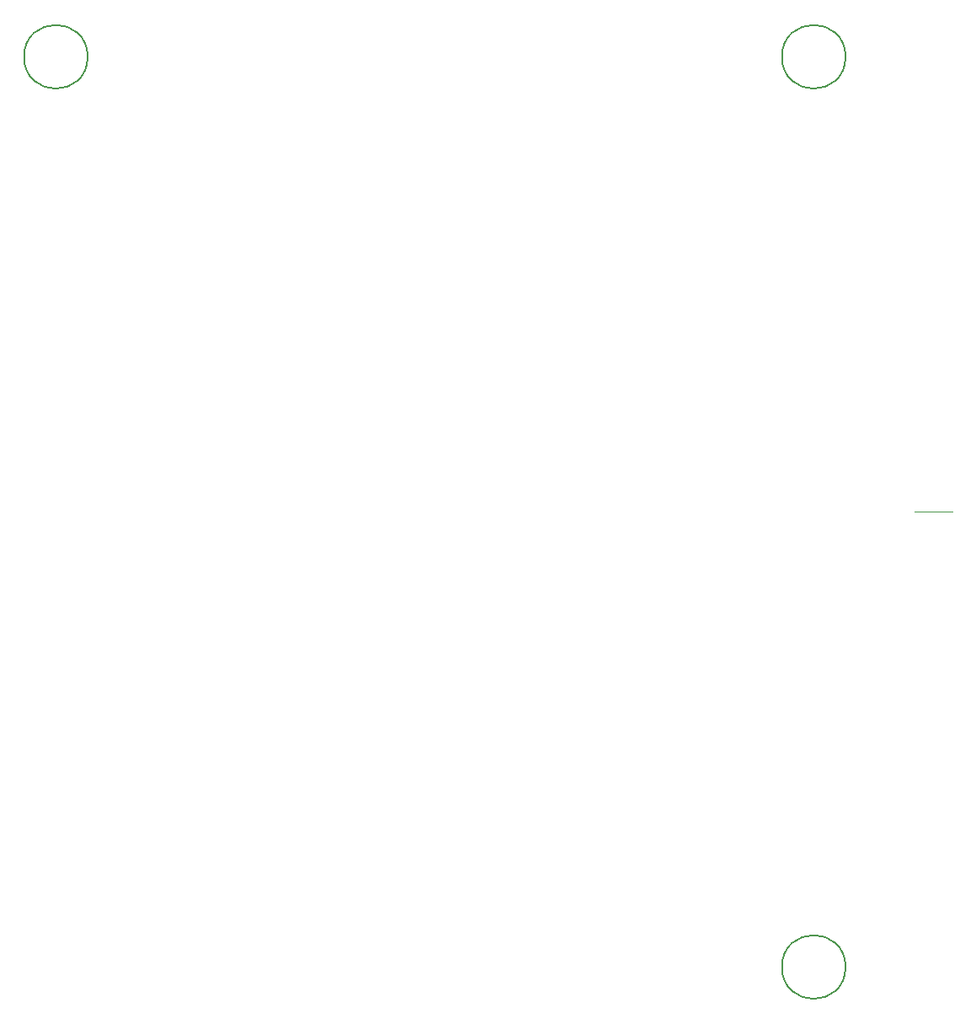
<source format=gbr>
%TF.GenerationSoftware,KiCad,Pcbnew,8.0.4-8.0.4-0~ubuntu22.04.1*%
%TF.CreationDate,2024-08-03T22:10:31+03:00*%
%TF.ProjectId,PM-DI16-DC24sink,504d2d44-4931-4362-9d44-43323473696e,rev?*%
%TF.SameCoordinates,Original*%
%TF.FileFunction,Other,Comment*%
%FSLAX46Y46*%
G04 Gerber Fmt 4.6, Leading zero omitted, Abs format (unit mm)*
G04 Created by KiCad (PCBNEW 8.0.4-8.0.4-0~ubuntu22.04.1) date 2024-08-03 22:10:31*
%MOMM*%
%LPD*%
G01*
G04 APERTURE LIST*
%ADD10C,0.100000*%
%ADD11C,0.150000*%
G04 APERTURE END LIST*
D10*
X134620000Y-100330000D02*
X130810000Y-100330000D01*
D11*
%TO.C,H1*%
X47650000Y-54610000D02*
G75*
G02*
X41250000Y-54610000I-3200000J0D01*
G01*
X41250000Y-54610000D02*
G75*
G02*
X47650000Y-54610000I3200000J0D01*
G01*
%TO.C,H3*%
X123850000Y-146050000D02*
G75*
G02*
X117450000Y-146050000I-3200000J0D01*
G01*
X117450000Y-146050000D02*
G75*
G02*
X123850000Y-146050000I3200000J0D01*
G01*
%TO.C,H2*%
X123850000Y-54610000D02*
G75*
G02*
X117450000Y-54610000I-3200000J0D01*
G01*
X117450000Y-54610000D02*
G75*
G02*
X123850000Y-54610000I3200000J0D01*
G01*
%TD*%
M02*

</source>
